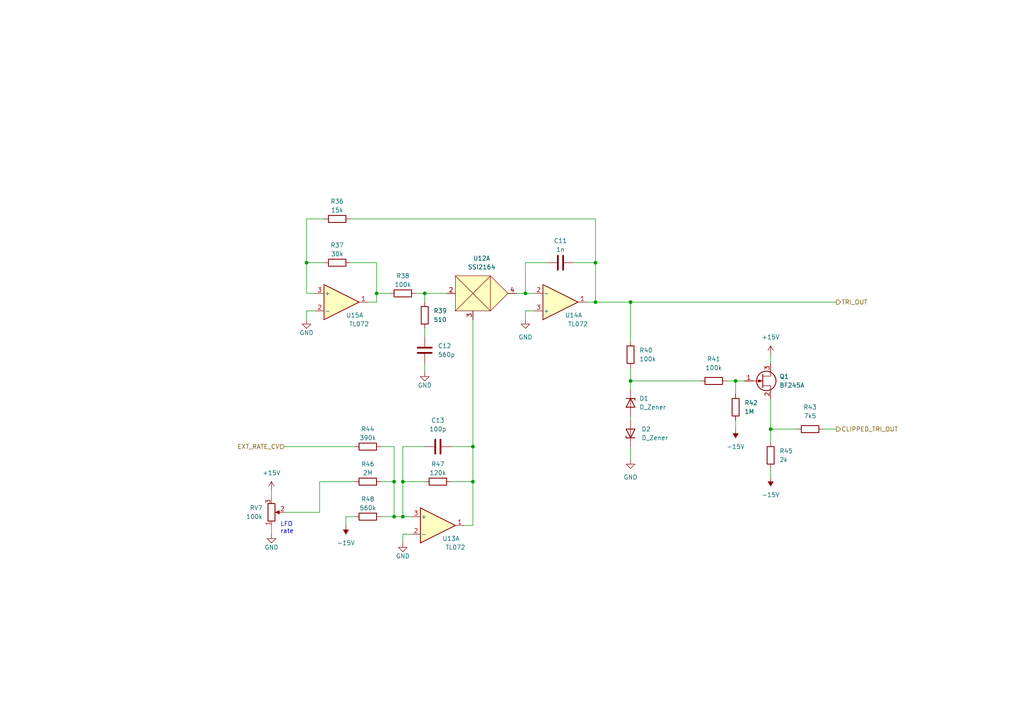
<source format=kicad_sch>
(kicad_sch (version 20211123) (generator eeschema)
  (paper "A4")
  (title_block (title "Wiggly EQ") (date "2022-08-01") (rev "0") (comment 2 "creativecommons.org/licenses/by/4.0") (comment 3 "License: CC by 4.0") (comment 4 "Author: Jordan Aceto"))
  (lib_symbols
    (symbol "Amplifier_Operational:TL072" (pin_names (offset 0.127))
      (property "Reference" "U" (at 0 5.08 0))
      (property "Value" "TL072" (at 0 -5.08 0))
      (symbol "TL072_1_1"
        (polyline (pts (xy -5.08 5.08) (xy 5.08 0) (xy -5.08 -5.08) (xy -5.08 5.08)) (stroke (width 0.254)) (fill (type background)))
        (pin output line (at 7.62 0 180) (length 2.54) (name "~") (number "1"))
        (pin input line (at -7.62 -2.54 0) (length 2.54) (name "-") (number "2"))
        (pin input line (at -7.62 2.54 0) (length 2.54) (name "+") (number "3"))
      )
      (symbol "TL072_2_1"
        (polyline (pts (xy -5.08 5.08) (xy 5.08 0) (xy -5.08 -5.08) (xy -5.08 5.08)) (stroke (width 0.254)) (fill (type background)))
        (pin input line (at -7.62 2.54 0) (length 2.54) (name "+") (number "5"))
        (pin input line (at -7.62 -2.54 0) (length 2.54) (name "-") (number "6"))
        (pin output line (at 7.62 0 180) (length 2.54) (name "~") (number "7"))
      )
      (symbol "TL072_3_1"
        (pin power_in line (at -2.54 -7.62 90) (length 3.81) (name "V-") (number "4"))
        (pin power_in line (at -2.54 7.62 270) (length 3.81) (name "V+") (number "8"))
      )
    )
    (symbol "Device:C" (pin_numbers hide) (pin_names (offset 0.254))
      (property "Reference" "C" (at 0.635 2.54 0))
      (property "Value" "C" (at 0.635 -2.54 0))
      (symbol "C_0_1"
        (polyline (pts (xy -2.032 -0.762) (xy 2.032 -0.762)) (stroke (width 0.508)))
        (polyline (pts (xy -2.032 0.762) (xy 2.032 0.762)) (stroke (width 0.508)))
      )
      (symbol "C_1_1"
        (pin passive line (at 0 3.81 270) (length 2.794) (name "~") (number "1"))
        (pin passive line (at 0 -3.81 90) (length 2.794) (name "~") (number "2"))
      )
    )
    (symbol "Device:D_Zener" (pin_numbers hide) (pin_names (offset 1.016) hide)
      (property "Reference" "D" (at 0 2.54 0))
      (property "Value" "D_Zener" (at 0 -2.54 0))
      (symbol "D_Zener_0_1"
        (polyline (pts (xy 1.27 0) (xy -1.27 0)))
        (polyline (pts (xy -1.27 -1.27) (xy -1.27 1.27) (xy -0.762 1.27)) (stroke (width 0.254)))
        (polyline (pts (xy 1.27 -1.27) (xy 1.27 1.27) (xy -1.27 0) (xy 1.27 -1.27)) (stroke (width 0.254)))
      )
      (symbol "D_Zener_1_1"
        (pin passive line (at -3.81 0 0) (length 2.54) (name "K") (number "1"))
        (pin passive line (at 3.81 0 180) (length 2.54) (name "A") (number "2"))
      )
    )
    (symbol "Device:R" (pin_numbers hide) (pin_names (offset 0))
      (property "Reference" "R" (at 2.032 0 90))
      (property "Value" "R" (at 0 0 90))
      (symbol "R_0_1"
        (rectangle (start -1.016 -2.54) (end 1.016 2.54) (stroke (width 0.254)))
      )
      (symbol "R_1_1"
        (pin passive line (at 0 3.81 270) (length 1.27) (name "~") (number "1"))
        (pin passive line (at 0 -3.81 90) (length 1.27) (name "~") (number "2"))
      )
    )
    (symbol "Device:R_Potentiometer" (pin_names (offset 1.016) hide)
      (property "Reference" "RV" (at -4.445 0 90))
      (property "Value" "R_Potentiometer" (at -2.54 0 90))
      (symbol "R_Potentiometer_0_1"
        (polyline (pts (xy 2.54 0) (xy 1.524 0)))
        (polyline (pts (xy 1.143 0) (xy 2.286 0.508) (xy 2.286 -0.508) (xy 1.143 0)) (fill (type outline)))
        (rectangle (start 1.016 2.54) (end -1.016 -2.54) (stroke (width 0.254)))
      )
      (symbol "R_Potentiometer_1_1"
        (pin passive line (at 0 3.81 270) (length 1.27) (name "1") (number "1"))
        (pin passive line (at 3.81 0 180) (length 1.27) (name "2") (number "2"))
        (pin passive line (at 0 -3.81 90) (length 1.27) (name "3") (number "3"))
      )
    )
    (symbol "Transistor_FET:BF245A" (pin_names hide)
      (property "Reference" "Q" (at 5.08 1.905 0))
      (property "Value" "BF245A" (at 5.08 0 0))
      (symbol "BF245A_0_1"
        (polyline (pts (xy 0.254 0) (xy -2.54 0)))
        (polyline (pts (xy 0.254 1.905) (xy 0.254 -1.905)) (stroke (width 0.254)))
        (polyline (pts (xy 2.54 -2.54) (xy 2.54 -1.397) (xy 0.254 -1.397)))
        (polyline (pts (xy 2.54 2.54) (xy 2.54 1.397) (xy 0.254 1.397)))
        (polyline (pts (xy 0 0) (xy -1.016 0.381) (xy -1.016 -0.381) (xy 0 0)) (fill (type outline)))
        (circle (center 1.27 0) (radius 2.8194) (stroke (width 0.254)))
      )
      (symbol "BF245A_1_1"
        (pin input line (at -5.08 0 0) (length 2.54) (name "G") (number "1"))
        (pin passive line (at 2.54 -5.08 90) (length 2.54) (name "S") (number "2"))
        (pin passive line (at 2.54 5.08 270) (length 2.54) (name "D") (number "3"))
      )
    )
    (symbol "custom_components:SSI2164" (pin_names (offset 1.016))
      (property "Reference" "U6" (at 0 10.16 0))
      (property "Value" "SSI2164" (at 0 7.62 0))
      (symbol "SSI2164_1_1"
        (rectangle (start -5.08 5.08) (end 5.08 -5.08) (fill (type background)))
        (polyline (pts (xy 5.08 5.08) (xy -5.08 -5.08)))
        (polyline (pts (xy 5.08 5.08) (xy 10.16 0) (xy 5.08 -5.08) (xy -5.08 5.08)) (fill (type background)))
        (pin input line (at -7.62 0 0) (length 2.54) (name "~") (number "2"))
        (pin input line (at 0 -7.62 90) (length 2.54) (name "~") (number "3"))
        (pin output line (at 12.7 0 180) (length 2.54) (name "~") (number "4"))
      )
      (symbol "SSI2164_2_1"
        (rectangle (start -5.08 5.08) (end 5.08 -5.08) (fill (type background)))
        (polyline (pts (xy 5.08 5.08) (xy -5.08 -5.08)))
        (polyline (pts (xy 5.08 5.08) (xy 10.16 0) (xy 5.08 -5.08) (xy -5.08 5.08)) (fill (type background)))
        (pin output line (at 12.7 0 180) (length 2.54) (name "~") (number "5"))
        (pin input line (at 0 -7.62 90) (length 2.54) (name "~") (number "6"))
        (pin input line (at -7.62 0 0) (length 2.54) (name "~") (number "7"))
      )
      (symbol "SSI2164_3_1"
        (rectangle (start -5.08 5.08) (end 5.08 -5.08) (fill (type background)))
        (polyline (pts (xy 5.08 5.08) (xy -5.08 -5.08)))
        (polyline (pts (xy 5.08 5.08) (xy 10.16 0) (xy 5.08 -5.08) (xy -5.08 5.08)) (fill (type background)))
        (pin input line (at -7.62 0 0) (length 2.54) (name "~") (number "10"))
        (pin input line (at 0 -7.62 90) (length 2.54) (name "~") (number "11"))
        (pin output line (at 12.7 0 180) (length 2.54) (name "~") (number "12"))
      )
      (symbol "SSI2164_4_1"
        (rectangle (start -5.08 5.08) (end 5.08 -5.08) (fill (type background)))
        (polyline (pts (xy 5.08 5.08) (xy -5.08 -5.08)))
        (polyline (pts (xy 5.08 5.08) (xy 10.16 0) (xy 5.08 -5.08) (xy -5.08 5.08)) (fill (type background)))
        (pin output line (at 12.7 0 180) (length 2.54) (name "~") (number "13"))
        (pin input line (at 0 -7.62 90) (length 2.54) (name "~") (number "14"))
        (pin input line (at -7.62 0 0) (length 2.54) (name "~") (number "15"))
      )
      (symbol "SSI2164_5_1"
        (pin input line (at 2.54 -10.16 180) (length 2.54) (name "mode") (number "1"))
        (pin power_in line (at 2.54 5.08 180) (length 2.54) (name "V+") (number "16"))
        (pin power_in line (at 2.54 0 180) (length 2.54) (name "gnd") (number "8"))
        (pin power_in line (at 2.54 -5.08 180) (length 2.54) (name "V-") (number "9"))
      )
    )
    (symbol "power:+15V" (power) (pin_names (offset 0))
      (property "Value" "+15V" (at 0 3.556 0))
      (symbol "+15V_0_1"
        (polyline (pts (xy -0.762 1.27) (xy 0 2.54)))
        (polyline (pts (xy 0 0) (xy 0 2.54)))
        (polyline (pts (xy 0 2.54) (xy 0.762 1.27)))
      )
      (symbol "+15V_1_1"
        (pin power_in line (at 0 0 90) (length 0) hide (name "+15V") (number "1"))
      )
    )
    (symbol "power:-15V" (power) (pin_names (offset 0))
      (property "Value" "-15V" (at 0 3.81 0))
      (symbol "-15V_0_0"
        (pin power_in line (at 0 0 90) (length 0) hide (name "-15V") (number "1"))
      )
      (symbol "-15V_0_1"
        (polyline (pts (xy 0 0) (xy 0 1.27) (xy 0.762 1.27) (xy 0 2.54) (xy -0.762 1.27) (xy 0 1.27)) (fill (type outline)))
      )
    )
    (symbol "power:GND" (power) (pin_names (offset 0))
      (property "Value" "GND" (at 0 -3.81 0))
      (symbol "GND_0_1"
        (polyline (pts (xy 0 0) (xy 0 -1.27) (xy 1.27 -1.27) (xy 0 -2.54) (xy -1.27 -1.27) (xy 0 -1.27)))
      )
      (symbol "GND_1_1"
        (pin power_in line (at 0 0 270) (length 0) hide (name "GND") (number "1"))
      )
    )
  )
  (junction (at 223.52 124.46))
  (junction (at 109.22 85.09))
  (junction (at 213.36 110.49))
  (junction (at 88.9 76.2))
  (junction (at 172.72 87.63))
  (junction (at 123.19 85.09))
  (junction (at 137.16 129.54))
  (junction (at 172.72 76.2))
  (junction (at 116.84 139.7))
  (junction (at 114.3 139.7))
  (junction (at 137.16 139.7))
  (junction (at 116.84 149.86))
  (junction (at 182.88 87.63))
  (junction (at 182.88 110.49))
  (junction (at 152.4 85.09))
  (junction (at 114.3 149.86))
  (wire (pts (xy 123.19 95.25) (xy 123.19 97.79)))
  (wire (pts (xy 123.19 85.09) (xy 120.65 85.09)))
  (wire (pts (xy 114.3 129.54) (xy 114.3 139.7)))
  (wire (pts (xy 182.88 110.49) (xy 203.2 110.49)))
  (wire (pts (xy 100.33 152.4) (xy 100.33 149.86)))
  (wire (pts (xy 110.49 149.86) (xy 114.3 149.86)))
  (wire (pts (xy 213.36 110.49) (xy 213.36 114.3)))
  (wire (pts (xy 182.88 129.54) (xy 182.88 133.35)))
  (wire (pts (xy 109.22 87.63) (xy 109.22 85.09)))
  (wire (pts (xy 172.72 76.2) (xy 172.72 87.63)))
  (wire (pts (xy 213.36 110.49) (xy 215.9 110.49)))
  (wire (pts (xy 88.9 92.71) (xy 88.9 90.17)))
  (wire (pts (xy 109.22 76.2) (xy 101.6 76.2)))
  (wire (pts (xy 172.72 76.2) (xy 172.72 63.5)))
  (wire (pts (xy 238.76 124.46) (xy 242.57 124.46)))
  (wire (pts (xy 106.68 87.63) (xy 109.22 87.63)))
  (wire (pts (xy 152.4 90.17) (xy 154.94 90.17)))
  (wire (pts (xy 116.84 139.7) (xy 123.19 139.7)))
  (wire (pts (xy 91.44 85.09) (xy 88.9 85.09)))
  (wire (pts (xy 88.9 85.09) (xy 88.9 76.2)))
  (wire (pts (xy 213.36 121.92) (xy 213.36 124.46)))
  (wire (pts (xy 152.4 92.71) (xy 152.4 90.17)))
  (wire (pts (xy 82.55 148.59) (xy 92.71 148.59)))
  (wire (pts (xy 101.6 63.5) (xy 172.72 63.5)))
  (wire (pts (xy 92.71 148.59) (xy 92.71 139.7)))
  (wire (pts (xy 109.22 85.09) (xy 113.03 85.09)))
  (wire (pts (xy 149.86 85.09) (xy 152.4 85.09)))
  (wire (pts (xy 100.33 149.86) (xy 102.87 149.86)))
  (wire (pts (xy 182.88 120.65) (xy 182.88 121.92)))
  (wire (pts (xy 119.38 149.86) (xy 116.84 149.86)))
  (wire (pts (xy 116.84 129.54) (xy 123.19 129.54)))
  (wire (pts (xy 78.74 142.24) (xy 78.74 144.78)))
  (wire (pts (xy 123.19 105.41) (xy 123.19 107.95)))
  (wire (pts (xy 210.82 110.49) (xy 213.36 110.49)))
  (wire (pts (xy 170.18 87.63) (xy 172.72 87.63)))
  (wire (pts (xy 223.52 124.46) (xy 231.14 124.46)))
  (wire (pts (xy 223.52 115.57) (xy 223.52 124.46)))
  (wire (pts (xy 110.49 129.54) (xy 114.3 129.54)))
  (wire (pts (xy 182.88 110.49) (xy 182.88 113.03)))
  (wire (pts (xy 88.9 76.2) (xy 93.98 76.2)))
  (wire (pts (xy 114.3 149.86) (xy 116.84 149.86)))
  (wire (pts (xy 114.3 139.7) (xy 114.3 149.86)))
  (wire (pts (xy 92.71 139.7) (xy 102.87 139.7)))
  (wire (pts (xy 182.88 87.63) (xy 172.72 87.63)))
  (wire (pts (xy 116.84 149.86) (xy 116.84 139.7)))
  (wire (pts (xy 116.84 129.54) (xy 116.84 139.7)))
  (wire (pts (xy 134.62 152.4) (xy 137.16 152.4)))
  (wire (pts (xy 154.94 85.09) (xy 152.4 85.09)))
  (wire (pts (xy 116.84 154.94) (xy 119.38 154.94)))
  (wire (pts (xy 137.16 139.7) (xy 130.81 139.7)))
  (wire (pts (xy 82.55 129.54) (xy 102.87 129.54)))
  (wire (pts (xy 137.16 92.71) (xy 137.16 129.54)))
  (wire (pts (xy 123.19 87.63) (xy 123.19 85.09)))
  (wire (pts (xy 182.88 87.63) (xy 242.57 87.63)))
  (wire (pts (xy 223.52 102.87) (xy 223.52 105.41)))
  (wire (pts (xy 123.19 85.09) (xy 129.54 85.09)))
  (wire (pts (xy 182.88 106.68) (xy 182.88 110.49)))
  (wire (pts (xy 88.9 63.5) (xy 88.9 76.2)))
  (wire (pts (xy 137.16 129.54) (xy 137.16 139.7)))
  (wire (pts (xy 88.9 90.17) (xy 91.44 90.17)))
  (wire (pts (xy 109.22 85.09) (xy 109.22 76.2)))
  (wire (pts (xy 130.81 129.54) (xy 137.16 129.54)))
  (wire (pts (xy 110.49 139.7) (xy 114.3 139.7)))
  (wire (pts (xy 223.52 124.46) (xy 223.52 128.27)))
  (wire (pts (xy 166.37 76.2) (xy 172.72 76.2)))
  (wire (pts (xy 93.98 63.5) (xy 88.9 63.5)))
  (wire (pts (xy 116.84 157.48) (xy 116.84 154.94)))
  (wire (pts (xy 223.52 135.89) (xy 223.52 138.43)))
  (wire (pts (xy 152.4 76.2) (xy 158.75 76.2)))
  (wire (pts (xy 152.4 85.09) (xy 152.4 76.2)))
  (wire (pts (xy 78.74 154.94) (xy 78.74 152.4)))
  (wire (pts (xy 137.16 139.7) (xy 137.16 152.4)))
  (wire (pts (xy 182.88 99.06) (xy 182.88 87.63)))
  (text "LFO\nrate" (at 81.28 154.94 0) (effects (font (size 1.27 1.27)) (justify left bottom)))
  (hierarchical_label "EXT_RATE_CV" (shape input) (at 82.55 129.54 180))
  (hierarchical_label "CLIPPED_TRI_OUT" (shape output) (at 242.57 124.46 0))
  (hierarchical_label "TRI_OUT" (shape output) (at 242.57 87.63 0))
  (symbol (lib_id "Device:C") (at 123.19 101.6 0) (unit 1)
    (property "Reference" "C12" (at 127 100.3299 0) (effects (justify left)))
    (property "Value" "560p" (at 127 102.8699 0) (effects (justify left)))
  )
  (symbol (lib_id "power:GND") (at 88.9 92.71 0) (unit 1)
    (property "Reference" "#PWR018" (effects hide))
    (property "Value" "GND" (at 88.9 96.52 0))
  )
  (symbol (lib_id "power:GND") (at 182.88 133.35 0) (unit 1)
    (property "Reference" "#PWR023" (effects hide))
    (property "Value" "GND" (at 182.88 138.43 0))
  )
  (symbol (lib_id "power:GND") (at 152.4 92.71 0) (unit 1)
    (property "Reference" "#PWR019" (effects hide))
    (property "Value" "GND" (at 152.4 97.79 0))
  )
  (symbol (lib_id "Amplifier_Operational:TL072") (at 99.06 87.63 0) (unit 1)
    (property "Reference" "U15" (at 102.87 91.44 0))
    (property "Value" "TL072" (at 104.14 93.98 0))
    (property "Footprint" "Package_DIP:DIP-8_W7.62mm" (effects hide))
    (property "Datasheet" "http://www.ti.com/lit/ds/symlink/tl071.pdf" (effects hide))
  )
  (symbol (lib_id "Device:R") (at 127 139.7 90) (unit 1)
    (property "Reference" "R47" (at 127 134.62 90))
    (property "Value" "120k" (at 127 137.16 90))
  )
  (symbol (lib_id "Device:R") (at 223.52 132.08 0) (unit 1)
    (property "Reference" "R45" (at 226.06 130.8099 0) (effects (justify left)))
    (property "Value" "2k" (at 226.06 133.3499 0) (effects (justify left)))
  )
  (symbol (lib_id "power:+15V") (at 223.52 102.87 0) (unit 1)
    (property "Reference" "#PWR020" (effects hide))
    (property "Value" "+15V" (at 223.52 97.79 0))
  )
  (symbol (lib_id "Device:R") (at 106.68 139.7 90) (unit 1)
    (property "Reference" "R46" (at 106.68 134.62 90))
    (property "Value" "2M" (at 106.68 137.16 90))
  )
  (symbol (lib_id "Device:R") (at 207.01 110.49 90) (unit 1)
    (property "Reference" "R41" (at 207.01 104.14 90))
    (property "Value" "100k" (at 207.01 106.68 90))
  )
  (symbol (lib_id "Amplifier_Operational:TL072") (at 127 152.4 0) (unit 1)
    (property "Reference" "U13" (at 130.81 156.21 0))
    (property "Value" "TL072" (at 132.08 158.75 0))
    (property "Footprint" "Package_DIP:DIP-8_W7.62mm" (effects hide))
    (property "Datasheet" "http://www.ti.com/lit/ds/symlink/tl071.pdf" (effects hide))
  )
  (symbol (lib_id "Device:C") (at 162.56 76.2 90) (unit 1)
    (property "Reference" "C11" (at 162.56 69.85 90))
    (property "Value" "1n" (at 162.56 72.39 90))
  )
  (symbol (lib_id "Device:D_Zener") (at 182.88 125.73 90) (unit 1)
    (property "Reference" "D2" (at 186.055 124.4599 90) (effects (justify right)))
    (property "Value" "D_Zener" (at 186.055 126.9999 90) (effects (justify right)))
  )
  (symbol (lib_id "power:GND") (at 123.19 107.95 0) (unit 1)
    (property "Reference" "#PWR021" (effects hide))
    (property "Value" "GND" (at 123.19 111.76 0))
  )
  (symbol (lib_id "Device:R") (at 234.95 124.46 90) (unit 1)
    (property "Reference" "R43" (at 234.95 118.11 90))
    (property "Value" "7k5" (at 234.95 120.65 90))
  )
  (symbol (lib_id "Transistor_FET:BF245A") (at 220.98 110.49 0) (unit 1)
    (property "Reference" "Q1" (at 226.06 109.2199 0) (effects (justify left)))
    (property "Value" "BF245A" (at 226.06 111.7599 0) (effects (justify left)))
    (property "Footprint" "Package_TO_SOT_THT:TO-92_Inline" (effects hide))
    (property "Datasheet" "https://www.onsemi.com/pub/Collateral/BF245A-D.PDF" (effects hide))
  )
  (symbol (lib_id "Amplifier_Operational:TL072") (at 162.56 87.63 0) (mirror x) (unit 1)
    (property "Reference" "U14" (at 166.37 91.44 0))
    (property "Value" "TL072" (at 167.64 93.98 0))
    (property "Footprint" "Package_DIP:DIP-8_W7.62mm" (effects hide))
    (property "Datasheet" "http://www.ti.com/lit/ds/symlink/tl071.pdf" (effects hide))
  )
  (symbol (lib_id "power:GND") (at 116.84 157.48 0) (unit 1)
    (property "Reference" "#PWR028" (effects hide))
    (property "Value" "GND" (at 116.84 161.29 0))
  )
  (symbol (lib_id "Device:R") (at 116.84 85.09 90) (unit 1)
    (property "Reference" "R38" (at 116.84 80.01 90))
    (property "Value" "100k" (at 116.84 82.55 90))
  )
  (symbol (lib_id "Device:C") (at 127 129.54 90) (unit 1)
    (property "Reference" "C13" (at 127 121.92 90))
    (property "Value" "100p" (at 127 124.46 90))
  )
  (symbol (lib_id "Device:R") (at 97.79 76.2 90) (unit 1)
    (property "Reference" "R37" (at 97.79 71.12 90))
    (property "Value" "30k" (at 97.79 73.66 90))
  )
  (symbol (lib_id "Device:R") (at 213.36 118.11 0) (unit 1)
    (property "Reference" "R42" (at 215.9 116.8399 0) (effects (justify left)))
    (property "Value" "1M" (at 215.9 119.3799 0) (effects (justify left)))
  )
  (symbol (lib_id "power:-15V") (at 100.33 152.4 180) (unit 1)
    (property "Reference" "#PWR026" (effects hide))
    (property "Value" "-15V" (at 100.33 157.48 0))
  )
  (symbol (lib_id "Device:R") (at 182.88 102.87 0) (unit 1)
    (property "Reference" "R40" (at 185.42 101.5999 0) (effects (justify left)))
    (property "Value" "100k" (at 185.42 104.1399 0) (effects (justify left)))
  )
  (symbol (lib_id "Device:R") (at 97.79 63.5 90) (unit 1)
    (property "Reference" "R36" (at 97.79 58.42 90))
    (property "Value" "15k" (at 97.79 60.96 90))
  )
  (symbol (lib_id "power:GND") (at 78.74 154.94 0) (unit 1)
    (property "Reference" "#PWR027" (effects hide))
    (property "Value" "GND" (at 78.74 158.75 0))
  )
  (symbol (lib_id "Device:R") (at 106.68 149.86 90) (unit 1)
    (property "Reference" "R48" (at 106.68 144.78 90))
    (property "Value" "560k" (at 106.68 147.32 90))
  )
  (symbol (lib_id "power:-15V") (at 223.52 138.43 180) (unit 1)
    (property "Reference" "#PWR024" (effects hide))
    (property "Value" "-15V" (at 223.52 143.51 0))
  )
  (symbol (lib_id "power:+15V") (at 78.74 142.24 0) (unit 1)
    (property "Reference" "#PWR025" (effects hide))
    (property "Value" "+15V" (at 78.74 137.16 0))
  )
  (symbol (lib_id "Device:R_Potentiometer") (at 78.74 148.59 0) (mirror x) (unit 1)
    (property "Reference" "RV7" (at 76.2 147.3199 0) (effects (justify right)))
    (property "Value" "100k" (at 76.2 149.8599 0) (effects (justify right)))
  )
  (symbol (lib_id "Device:R") (at 123.19 91.44 0) (unit 1)
    (property "Reference" "R39" (at 125.73 90.1699 0) (effects (justify left)))
    (property "Value" "510" (at 125.73 92.7099 0) (effects (justify left)))
  )
  (symbol (lib_id "power:-15V") (at 213.36 124.46 180) (unit 1)
    (property "Reference" "#PWR022" (effects hide))
    (property "Value" "-15V" (at 213.36 129.54 0))
  )
  (symbol (lib_id "Device:R") (at 106.68 129.54 90) (unit 1)
    (property "Reference" "R44" (at 106.68 124.46 90))
    (property "Value" "390k" (at 106.68 127 90))
  )
  (symbol (lib_id "Device:D_Zener") (at 182.88 116.84 270) (unit 1)
    (property "Reference" "D1" (at 185.42 115.5699 90) (effects (justify left)))
    (property "Value" "D_Zener" (at 185.42 118.1099 90) (effects (justify left)))
  )
  (symbol (lib_id "custom_components:SSI2164") (at 137.16 85.09 0) (unit 1)
    (property "Reference" "U12" (at 139.7 74.93 0))
    (property "Value" "SSI2164" (at 139.7 77.47 0))
    (property "Footprint" "Package_DIP:DIP-16_W7.62mm" (effects hide))
    (property "Datasheet" "https://www.soundsemiconductor.com/downloads/ssi2164datasheet.pdf" (effects hide))
  )
)
</source>
